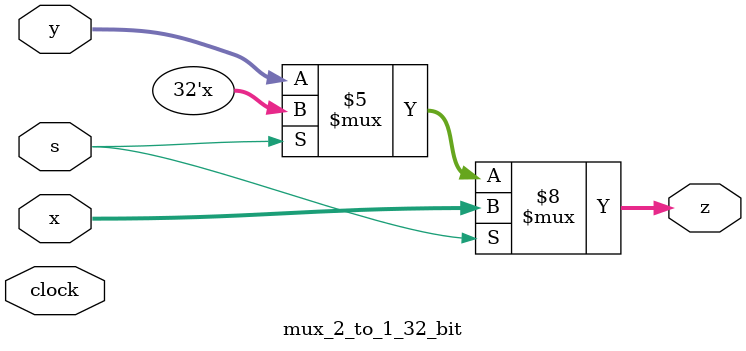
<source format=v>

module mux_2_to_1_32_bit(
    output reg [31:0] z,
    input [31:0] x,
    input [31:0] y,
    input s,
    input clock
    );

always @(s)
 begin
  if(s==1'b1)
   z<=x;
  else if(s==1'b0)
   z<=y;
  else
   z<=32'hxxxxxxxx;
 end
endmodule

</source>
